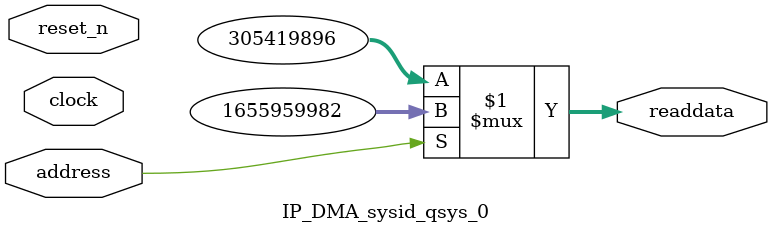
<source format=v>



// synthesis translate_off
`timescale 1ns / 1ps
// synthesis translate_on

// turn off superfluous verilog processor warnings 
// altera message_level Level1 
// altera message_off 10034 10035 10036 10037 10230 10240 10030 

module IP_DMA_sysid_qsys_0 (
               // inputs:
                address,
                clock,
                reset_n,

               // outputs:
                readdata
             )
;

  output  [ 31: 0] readdata;
  input            address;
  input            clock;
  input            reset_n;

  wire    [ 31: 0] readdata;
  //control_slave, which is an e_avalon_slave
  assign readdata = address ? 1655959982 : 305419896;

endmodule



</source>
